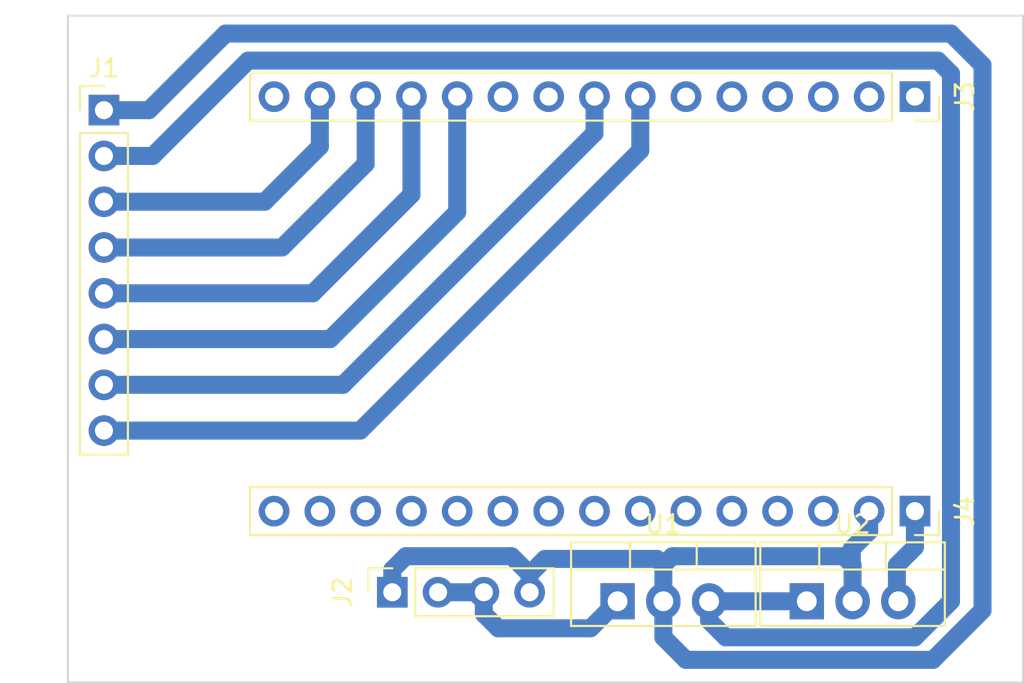
<source format=kicad_pcb>
(kicad_pcb (version 20171130) (host pcbnew 5.1.5+dfsg1-2build2)

  (general
    (thickness 1.6)
    (drawings 9)
    (tracks 65)
    (zones 0)
    (modules 6)
    (nets 11)
  )

  (page A4)
  (title_block
    (title pswclsx6-socket-controller)
    (date 2022-04-16)
    (rev 1)
    (company "Silicon 4007")
    (comment 1 "Tec. Henrique Silva")
  )

  (layers
    (0 F.Cu signal)
    (31 B.Cu signal)
    (32 B.Adhes user)
    (33 F.Adhes user)
    (34 B.Paste user)
    (35 F.Paste user)
    (36 B.SilkS user)
    (37 F.SilkS user)
    (38 B.Mask user)
    (39 F.Mask user)
    (40 Dwgs.User user)
    (41 Cmts.User user)
    (42 Eco1.User user)
    (43 Eco2.User user)
    (44 Edge.Cuts user)
    (45 Margin user)
    (46 B.CrtYd user)
    (47 F.CrtYd user)
    (48 B.Fab user)
    (49 F.Fab user)
  )

  (setup
    (last_trace_width 1)
    (user_trace_width 1)
    (trace_clearance 0.25)
    (zone_clearance 0.508)
    (zone_45_only no)
    (trace_min 0.2)
    (via_size 0.8)
    (via_drill 0.4)
    (via_min_size 0.4)
    (via_min_drill 0.3)
    (uvia_size 0.3)
    (uvia_drill 0.1)
    (uvias_allowed no)
    (uvia_min_size 0.2)
    (uvia_min_drill 0.1)
    (edge_width 0.05)
    (segment_width 0.2)
    (pcb_text_width 0.3)
    (pcb_text_size 1.5 1.5)
    (mod_edge_width 0.12)
    (mod_text_size 1 1)
    (mod_text_width 0.15)
    (pad_size 1.524 1.524)
    (pad_drill 0.762)
    (pad_to_mask_clearance 0.051)
    (solder_mask_min_width 0.25)
    (aux_axis_origin 0 0)
    (visible_elements FFFFFF7F)
    (pcbplotparams
      (layerselection 0x010fc_ffffffff)
      (usegerberextensions false)
      (usegerberattributes false)
      (usegerberadvancedattributes false)
      (creategerberjobfile false)
      (excludeedgelayer true)
      (linewidth 0.100000)
      (plotframeref false)
      (viasonmask false)
      (mode 1)
      (useauxorigin false)
      (hpglpennumber 1)
      (hpglpenspeed 20)
      (hpglpendiameter 15.000000)
      (psnegative false)
      (psa4output false)
      (plotreference true)
      (plotvalue true)
      (plotinvisibletext false)
      (padsonsilk false)
      (subtractmaskfromsilk false)
      (outputformat 1)
      (mirror false)
      (drillshape 1)
      (scaleselection 1)
      (outputdirectory ""))
  )

  (net 0 "")
  (net 1 vll_relay-6)
  (net 2 vll_relay-5)
  (net 3 vll_relay-4)
  (net 4 vll_relay-3)
  (net 5 vll_relay-2)
  (net 6 vll_relay-1)
  (net 7 vcc_relay-master)
  (net 8 GND)
  (net 9 +12VA)
  (net 10 +5V)

  (net_class Default "This is the default net class."
    (clearance 0.25)
    (trace_width 0.25)
    (via_dia 0.8)
    (via_drill 0.4)
    (uvia_dia 0.3)
    (uvia_drill 0.1)
    (add_net +12VA)
    (add_net +5V)
    (add_net GND)
    (add_net vcc_relay-master)
    (add_net vll_relay-1)
    (add_net vll_relay-2)
    (add_net vll_relay-3)
    (add_net vll_relay-4)
    (add_net vll_relay-5)
    (add_net vll_relay-6)
  )

  (module Connector_PinSocket_2.54mm:PinSocket_1x15_P2.54mm_Vertical (layer F.Cu) (tedit 5A19A41D) (tstamp 625AF92A)
    (at 168 56.5 270)
    (descr "Through hole straight socket strip, 1x15, 2.54mm pitch, single row (from Kicad 4.0.7), script generated")
    (tags "Through hole socket strip THT 1x15 2.54mm single row")
    (path /625C1072)
    (fp_text reference J3 (at 0 -2.77 90) (layer F.SilkS)
      (effects (font (size 1 1) (thickness 0.15)))
    )
    (fp_text value NODE-MCU-L (at 0 38.33 90) (layer F.Fab)
      (effects (font (size 1 1) (thickness 0.15)))
    )
    (fp_text user %R (at 0 17.78) (layer F.Fab)
      (effects (font (size 1 1) (thickness 0.15)))
    )
    (fp_line (start -1.8 37.3) (end -1.8 -1.8) (layer F.CrtYd) (width 0.05))
    (fp_line (start 1.75 37.3) (end -1.8 37.3) (layer F.CrtYd) (width 0.05))
    (fp_line (start 1.75 -1.8) (end 1.75 37.3) (layer F.CrtYd) (width 0.05))
    (fp_line (start -1.8 -1.8) (end 1.75 -1.8) (layer F.CrtYd) (width 0.05))
    (fp_line (start 0 -1.33) (end 1.33 -1.33) (layer F.SilkS) (width 0.12))
    (fp_line (start 1.33 -1.33) (end 1.33 0) (layer F.SilkS) (width 0.12))
    (fp_line (start 1.33 1.27) (end 1.33 36.89) (layer F.SilkS) (width 0.12))
    (fp_line (start -1.33 36.89) (end 1.33 36.89) (layer F.SilkS) (width 0.12))
    (fp_line (start -1.33 1.27) (end -1.33 36.89) (layer F.SilkS) (width 0.12))
    (fp_line (start -1.33 1.27) (end 1.33 1.27) (layer F.SilkS) (width 0.12))
    (fp_line (start -1.27 36.83) (end -1.27 -1.27) (layer F.Fab) (width 0.1))
    (fp_line (start 1.27 36.83) (end -1.27 36.83) (layer F.Fab) (width 0.1))
    (fp_line (start 1.27 -0.635) (end 1.27 36.83) (layer F.Fab) (width 0.1))
    (fp_line (start 0.635 -1.27) (end 1.27 -0.635) (layer F.Fab) (width 0.1))
    (fp_line (start -1.27 -1.27) (end 0.635 -1.27) (layer F.Fab) (width 0.1))
    (pad 15 thru_hole oval (at 0 35.56 270) (size 1.7 1.7) (drill 1) (layers *.Cu *.Mask))
    (pad 14 thru_hole oval (at 0 33.02 270) (size 1.7 1.7) (drill 1) (layers *.Cu *.Mask)
      (net 6 vll_relay-1))
    (pad 13 thru_hole oval (at 0 30.48 270) (size 1.7 1.7) (drill 1) (layers *.Cu *.Mask)
      (net 5 vll_relay-2))
    (pad 12 thru_hole oval (at 0 27.94 270) (size 1.7 1.7) (drill 1) (layers *.Cu *.Mask)
      (net 4 vll_relay-3))
    (pad 11 thru_hole oval (at 0 25.4 270) (size 1.7 1.7) (drill 1) (layers *.Cu *.Mask)
      (net 3 vll_relay-4))
    (pad 10 thru_hole oval (at 0 22.86 270) (size 1.7 1.7) (drill 1) (layers *.Cu *.Mask))
    (pad 9 thru_hole oval (at 0 20.32 270) (size 1.7 1.7) (drill 1) (layers *.Cu *.Mask))
    (pad 8 thru_hole oval (at 0 17.78 270) (size 1.7 1.7) (drill 1) (layers *.Cu *.Mask)
      (net 2 vll_relay-5))
    (pad 7 thru_hole oval (at 0 15.24 270) (size 1.7 1.7) (drill 1) (layers *.Cu *.Mask)
      (net 1 vll_relay-6))
    (pad 6 thru_hole oval (at 0 12.7 270) (size 1.7 1.7) (drill 1) (layers *.Cu *.Mask))
    (pad 5 thru_hole oval (at 0 10.16 270) (size 1.7 1.7) (drill 1) (layers *.Cu *.Mask))
    (pad 4 thru_hole oval (at 0 7.62 270) (size 1.7 1.7) (drill 1) (layers *.Cu *.Mask))
    (pad 3 thru_hole oval (at 0 5.08 270) (size 1.7 1.7) (drill 1) (layers *.Cu *.Mask))
    (pad 2 thru_hole oval (at 0 2.54 270) (size 1.7 1.7) (drill 1) (layers *.Cu *.Mask))
    (pad 1 thru_hole rect (at 0 0 270) (size 1.7 1.7) (drill 1) (layers *.Cu *.Mask))
    (model ${KISYS3DMOD}/Connector_PinSocket_2.54mm.3dshapes/PinSocket_1x15_P2.54mm_Vertical.wrl
      (at (xyz 0 0 0))
      (scale (xyz 1 1 1))
      (rotate (xyz 0 0 0))
    )
  )

  (module Connector_PinSocket_2.54mm:PinSocket_1x04_P2.54mm_Vertical (layer F.Cu) (tedit 5A19A429) (tstamp 625AF907)
    (at 139 84 90)
    (descr "Through hole straight socket strip, 1x04, 2.54mm pitch, single row (from Kicad 4.0.7), script generated")
    (tags "Through hole socket strip THT 1x04 2.54mm single row")
    (path /625B0167)
    (fp_text reference J2 (at 0 -2.77 90) (layer F.SilkS)
      (effects (font (size 1 1) (thickness 0.15)))
    )
    (fp_text value PWR-12VA (at 0 10.39 90) (layer F.Fab)
      (effects (font (size 1 1) (thickness 0.15)))
    )
    (fp_text user %R (at 0 3.81) (layer F.Fab)
      (effects (font (size 1 1) (thickness 0.15)))
    )
    (fp_line (start -1.8 9.4) (end -1.8 -1.8) (layer F.CrtYd) (width 0.05))
    (fp_line (start 1.75 9.4) (end -1.8 9.4) (layer F.CrtYd) (width 0.05))
    (fp_line (start 1.75 -1.8) (end 1.75 9.4) (layer F.CrtYd) (width 0.05))
    (fp_line (start -1.8 -1.8) (end 1.75 -1.8) (layer F.CrtYd) (width 0.05))
    (fp_line (start 0 -1.33) (end 1.33 -1.33) (layer F.SilkS) (width 0.12))
    (fp_line (start 1.33 -1.33) (end 1.33 0) (layer F.SilkS) (width 0.12))
    (fp_line (start 1.33 1.27) (end 1.33 8.95) (layer F.SilkS) (width 0.12))
    (fp_line (start -1.33 8.95) (end 1.33 8.95) (layer F.SilkS) (width 0.12))
    (fp_line (start -1.33 1.27) (end -1.33 8.95) (layer F.SilkS) (width 0.12))
    (fp_line (start -1.33 1.27) (end 1.33 1.27) (layer F.SilkS) (width 0.12))
    (fp_line (start -1.27 8.89) (end -1.27 -1.27) (layer F.Fab) (width 0.1))
    (fp_line (start 1.27 8.89) (end -1.27 8.89) (layer F.Fab) (width 0.1))
    (fp_line (start 1.27 -0.635) (end 1.27 8.89) (layer F.Fab) (width 0.1))
    (fp_line (start 0.635 -1.27) (end 1.27 -0.635) (layer F.Fab) (width 0.1))
    (fp_line (start -1.27 -1.27) (end 0.635 -1.27) (layer F.Fab) (width 0.1))
    (pad 4 thru_hole oval (at 0 7.62 90) (size 1.7 1.7) (drill 1) (layers *.Cu *.Mask)
      (net 8 GND))
    (pad 3 thru_hole oval (at 0 5.08 90) (size 1.7 1.7) (drill 1) (layers *.Cu *.Mask)
      (net 9 +12VA))
    (pad 2 thru_hole oval (at 0 2.54 90) (size 1.7 1.7) (drill 1) (layers *.Cu *.Mask)
      (net 9 +12VA))
    (pad 1 thru_hole rect (at 0 0 90) (size 1.7 1.7) (drill 1) (layers *.Cu *.Mask)
      (net 8 GND))
    (model ${KISYS3DMOD}/Connector_PinSocket_2.54mm.3dshapes/PinSocket_1x04_P2.54mm_Vertical.wrl
      (at (xyz 0 0 0))
      (scale (xyz 1 1 1))
      (rotate (xyz 0 0 0))
    )
  )

  (module Connector_PinSocket_2.54mm:PinSocket_1x15_P2.54mm_Vertical (layer F.Cu) (tedit 5A19A41D) (tstamp 625AF94D)
    (at 168 79.5 270)
    (descr "Through hole straight socket strip, 1x15, 2.54mm pitch, single row (from Kicad 4.0.7), script generated")
    (tags "Through hole socket strip THT 1x15 2.54mm single row")
    (path /625C4ECA)
    (fp_text reference J4 (at 0 -2.77 90) (layer F.SilkS)
      (effects (font (size 1 1) (thickness 0.15)))
    )
    (fp_text value NODE-MCU-R (at 0 38.33 90) (layer F.Fab)
      (effects (font (size 1 1) (thickness 0.15)))
    )
    (fp_text user %R (at 0 17.78) (layer F.Fab)
      (effects (font (size 1 1) (thickness 0.15)))
    )
    (fp_line (start -1.8 37.3) (end -1.8 -1.8) (layer F.CrtYd) (width 0.05))
    (fp_line (start 1.75 37.3) (end -1.8 37.3) (layer F.CrtYd) (width 0.05))
    (fp_line (start 1.75 -1.8) (end 1.75 37.3) (layer F.CrtYd) (width 0.05))
    (fp_line (start -1.8 -1.8) (end 1.75 -1.8) (layer F.CrtYd) (width 0.05))
    (fp_line (start 0 -1.33) (end 1.33 -1.33) (layer F.SilkS) (width 0.12))
    (fp_line (start 1.33 -1.33) (end 1.33 0) (layer F.SilkS) (width 0.12))
    (fp_line (start 1.33 1.27) (end 1.33 36.89) (layer F.SilkS) (width 0.12))
    (fp_line (start -1.33 36.89) (end 1.33 36.89) (layer F.SilkS) (width 0.12))
    (fp_line (start -1.33 1.27) (end -1.33 36.89) (layer F.SilkS) (width 0.12))
    (fp_line (start -1.33 1.27) (end 1.33 1.27) (layer F.SilkS) (width 0.12))
    (fp_line (start -1.27 36.83) (end -1.27 -1.27) (layer F.Fab) (width 0.1))
    (fp_line (start 1.27 36.83) (end -1.27 36.83) (layer F.Fab) (width 0.1))
    (fp_line (start 1.27 -0.635) (end 1.27 36.83) (layer F.Fab) (width 0.1))
    (fp_line (start 0.635 -1.27) (end 1.27 -0.635) (layer F.Fab) (width 0.1))
    (fp_line (start -1.27 -1.27) (end 0.635 -1.27) (layer F.Fab) (width 0.1))
    (pad 15 thru_hole oval (at 0 35.56 270) (size 1.7 1.7) (drill 1) (layers *.Cu *.Mask))
    (pad 14 thru_hole oval (at 0 33.02 270) (size 1.7 1.7) (drill 1) (layers *.Cu *.Mask))
    (pad 13 thru_hole oval (at 0 30.48 270) (size 1.7 1.7) (drill 1) (layers *.Cu *.Mask))
    (pad 12 thru_hole oval (at 0 27.94 270) (size 1.7 1.7) (drill 1) (layers *.Cu *.Mask))
    (pad 11 thru_hole oval (at 0 25.4 270) (size 1.7 1.7) (drill 1) (layers *.Cu *.Mask))
    (pad 10 thru_hole oval (at 0 22.86 270) (size 1.7 1.7) (drill 1) (layers *.Cu *.Mask))
    (pad 9 thru_hole oval (at 0 20.32 270) (size 1.7 1.7) (drill 1) (layers *.Cu *.Mask))
    (pad 8 thru_hole oval (at 0 17.78 270) (size 1.7 1.7) (drill 1) (layers *.Cu *.Mask))
    (pad 7 thru_hole oval (at 0 15.24 270) (size 1.7 1.7) (drill 1) (layers *.Cu *.Mask))
    (pad 6 thru_hole oval (at 0 12.7 270) (size 1.7 1.7) (drill 1) (layers *.Cu *.Mask))
    (pad 5 thru_hole oval (at 0 10.16 270) (size 1.7 1.7) (drill 1) (layers *.Cu *.Mask))
    (pad 4 thru_hole oval (at 0 7.62 270) (size 1.7 1.7) (drill 1) (layers *.Cu *.Mask))
    (pad 3 thru_hole oval (at 0 5.08 270) (size 1.7 1.7) (drill 1) (layers *.Cu *.Mask))
    (pad 2 thru_hole oval (at 0 2.54 270) (size 1.7 1.7) (drill 1) (layers *.Cu *.Mask)
      (net 8 GND))
    (pad 1 thru_hole rect (at 0 0 270) (size 1.7 1.7) (drill 1) (layers *.Cu *.Mask)
      (net 10 +5V))
    (model ${KISYS3DMOD}/Connector_PinSocket_2.54mm.3dshapes/PinSocket_1x15_P2.54mm_Vertical.wrl
      (at (xyz 0 0 0))
      (scale (xyz 1 1 1))
      (rotate (xyz 0 0 0))
    )
  )

  (module Package_TO_SOT_THT:TO-220-3_Vertical (layer F.Cu) (tedit 5AC8BA0D) (tstamp 625AF981)
    (at 162 84.5)
    (descr "TO-220-3, Vertical, RM 2.54mm, see https://www.vishay.com/docs/66542/to-220-1.pdf")
    (tags "TO-220-3 Vertical RM 2.54mm")
    (path /625BA2EE)
    (fp_text reference U2 (at 2.54 -4.27) (layer F.SilkS)
      (effects (font (size 1 1) (thickness 0.15)))
    )
    (fp_text value LM7805_TO220 (at 2.54 2.5) (layer F.Fab)
      (effects (font (size 1 1) (thickness 0.15)))
    )
    (fp_text user %R (at 2.54 -4.27) (layer F.Fab)
      (effects (font (size 1 1) (thickness 0.15)))
    )
    (fp_line (start 7.79 -3.4) (end -2.71 -3.4) (layer F.CrtYd) (width 0.05))
    (fp_line (start 7.79 1.51) (end 7.79 -3.4) (layer F.CrtYd) (width 0.05))
    (fp_line (start -2.71 1.51) (end 7.79 1.51) (layer F.CrtYd) (width 0.05))
    (fp_line (start -2.71 -3.4) (end -2.71 1.51) (layer F.CrtYd) (width 0.05))
    (fp_line (start 4.391 -3.27) (end 4.391 -1.76) (layer F.SilkS) (width 0.12))
    (fp_line (start 0.69 -3.27) (end 0.69 -1.76) (layer F.SilkS) (width 0.12))
    (fp_line (start -2.58 -1.76) (end 7.66 -1.76) (layer F.SilkS) (width 0.12))
    (fp_line (start 7.66 -3.27) (end 7.66 1.371) (layer F.SilkS) (width 0.12))
    (fp_line (start -2.58 -3.27) (end -2.58 1.371) (layer F.SilkS) (width 0.12))
    (fp_line (start -2.58 1.371) (end 7.66 1.371) (layer F.SilkS) (width 0.12))
    (fp_line (start -2.58 -3.27) (end 7.66 -3.27) (layer F.SilkS) (width 0.12))
    (fp_line (start 4.39 -3.15) (end 4.39 -1.88) (layer F.Fab) (width 0.1))
    (fp_line (start 0.69 -3.15) (end 0.69 -1.88) (layer F.Fab) (width 0.1))
    (fp_line (start -2.46 -1.88) (end 7.54 -1.88) (layer F.Fab) (width 0.1))
    (fp_line (start 7.54 -3.15) (end -2.46 -3.15) (layer F.Fab) (width 0.1))
    (fp_line (start 7.54 1.25) (end 7.54 -3.15) (layer F.Fab) (width 0.1))
    (fp_line (start -2.46 1.25) (end 7.54 1.25) (layer F.Fab) (width 0.1))
    (fp_line (start -2.46 -3.15) (end -2.46 1.25) (layer F.Fab) (width 0.1))
    (pad 3 thru_hole oval (at 5.08 0) (size 1.905 2) (drill 1.1) (layers *.Cu *.Mask)
      (net 10 +5V))
    (pad 2 thru_hole oval (at 2.54 0) (size 1.905 2) (drill 1.1) (layers *.Cu *.Mask)
      (net 8 GND))
    (pad 1 thru_hole rect (at 0 0) (size 1.905 2) (drill 1.1) (layers *.Cu *.Mask)
      (net 7 vcc_relay-master))
    (model ${KISYS3DMOD}/Package_TO_SOT_THT.3dshapes/TO-220-3_Vertical.wrl
      (at (xyz 0 0 0))
      (scale (xyz 1 1 1))
      (rotate (xyz 0 0 0))
    )
  )

  (module Package_TO_SOT_THT:TO-220-3_Vertical (layer F.Cu) (tedit 5AC8BA0D) (tstamp 625AF967)
    (at 151.5 84.5)
    (descr "TO-220-3, Vertical, RM 2.54mm, see https://www.vishay.com/docs/66542/to-220-1.pdf")
    (tags "TO-220-3 Vertical RM 2.54mm")
    (path /625B5EF1)
    (fp_text reference U1 (at 2.54 -4.27) (layer F.SilkS)
      (effects (font (size 1 1) (thickness 0.15)))
    )
    (fp_text value LM7812_TO220 (at 2.54 2.5) (layer F.Fab)
      (effects (font (size 1 1) (thickness 0.15)))
    )
    (fp_text user %R (at 2.54 -4.27) (layer F.Fab)
      (effects (font (size 1 1) (thickness 0.15)))
    )
    (fp_line (start 7.79 -3.4) (end -2.71 -3.4) (layer F.CrtYd) (width 0.05))
    (fp_line (start 7.79 1.51) (end 7.79 -3.4) (layer F.CrtYd) (width 0.05))
    (fp_line (start -2.71 1.51) (end 7.79 1.51) (layer F.CrtYd) (width 0.05))
    (fp_line (start -2.71 -3.4) (end -2.71 1.51) (layer F.CrtYd) (width 0.05))
    (fp_line (start 4.391 -3.27) (end 4.391 -1.76) (layer F.SilkS) (width 0.12))
    (fp_line (start 0.69 -3.27) (end 0.69 -1.76) (layer F.SilkS) (width 0.12))
    (fp_line (start -2.58 -1.76) (end 7.66 -1.76) (layer F.SilkS) (width 0.12))
    (fp_line (start 7.66 -3.27) (end 7.66 1.371) (layer F.SilkS) (width 0.12))
    (fp_line (start -2.58 -3.27) (end -2.58 1.371) (layer F.SilkS) (width 0.12))
    (fp_line (start -2.58 1.371) (end 7.66 1.371) (layer F.SilkS) (width 0.12))
    (fp_line (start -2.58 -3.27) (end 7.66 -3.27) (layer F.SilkS) (width 0.12))
    (fp_line (start 4.39 -3.15) (end 4.39 -1.88) (layer F.Fab) (width 0.1))
    (fp_line (start 0.69 -3.15) (end 0.69 -1.88) (layer F.Fab) (width 0.1))
    (fp_line (start -2.46 -1.88) (end 7.54 -1.88) (layer F.Fab) (width 0.1))
    (fp_line (start 7.54 -3.15) (end -2.46 -3.15) (layer F.Fab) (width 0.1))
    (fp_line (start 7.54 1.25) (end 7.54 -3.15) (layer F.Fab) (width 0.1))
    (fp_line (start -2.46 1.25) (end 7.54 1.25) (layer F.Fab) (width 0.1))
    (fp_line (start -2.46 -3.15) (end -2.46 1.25) (layer F.Fab) (width 0.1))
    (pad 3 thru_hole oval (at 5.08 0) (size 1.905 2) (drill 1.1) (layers *.Cu *.Mask)
      (net 7 vcc_relay-master))
    (pad 2 thru_hole oval (at 2.54 0) (size 1.905 2) (drill 1.1) (layers *.Cu *.Mask)
      (net 8 GND))
    (pad 1 thru_hole rect (at 0 0) (size 1.905 2) (drill 1.1) (layers *.Cu *.Mask)
      (net 9 +12VA))
    (model ${KISYS3DMOD}/Package_TO_SOT_THT.3dshapes/TO-220-3_Vertical.wrl
      (at (xyz 0 0 0))
      (scale (xyz 1 1 1))
      (rotate (xyz 0 0 0))
    )
  )

  (module Connector_PinHeader_2.54mm:PinHeader_1x08_P2.54mm_Vertical (layer F.Cu) (tedit 59FED5CC) (tstamp 625B07FE)
    (at 123 57.25)
    (descr "Through hole straight pin header, 1x08, 2.54mm pitch, single row")
    (tags "Through hole pin header THT 1x08 2.54mm single row")
    (path /625AA4A2)
    (fp_text reference J1 (at 0 -2.33) (layer F.SilkS)
      (effects (font (size 1 1) (thickness 0.15)))
    )
    (fp_text value pswcls-master (at 0 20.11) (layer F.Fab)
      (effects (font (size 1 1) (thickness 0.15)))
    )
    (fp_text user %R (at 0 8.89 90) (layer F.Fab)
      (effects (font (size 1 1) (thickness 0.15)))
    )
    (fp_line (start 1.8 -1.8) (end -1.8 -1.8) (layer F.CrtYd) (width 0.05))
    (fp_line (start 1.8 19.55) (end 1.8 -1.8) (layer F.CrtYd) (width 0.05))
    (fp_line (start -1.8 19.55) (end 1.8 19.55) (layer F.CrtYd) (width 0.05))
    (fp_line (start -1.8 -1.8) (end -1.8 19.55) (layer F.CrtYd) (width 0.05))
    (fp_line (start -1.33 -1.33) (end 0 -1.33) (layer F.SilkS) (width 0.12))
    (fp_line (start -1.33 0) (end -1.33 -1.33) (layer F.SilkS) (width 0.12))
    (fp_line (start -1.33 1.27) (end 1.33 1.27) (layer F.SilkS) (width 0.12))
    (fp_line (start 1.33 1.27) (end 1.33 19.11) (layer F.SilkS) (width 0.12))
    (fp_line (start -1.33 1.27) (end -1.33 19.11) (layer F.SilkS) (width 0.12))
    (fp_line (start -1.33 19.11) (end 1.33 19.11) (layer F.SilkS) (width 0.12))
    (fp_line (start -1.27 -0.635) (end -0.635 -1.27) (layer F.Fab) (width 0.1))
    (fp_line (start -1.27 19.05) (end -1.27 -0.635) (layer F.Fab) (width 0.1))
    (fp_line (start 1.27 19.05) (end -1.27 19.05) (layer F.Fab) (width 0.1))
    (fp_line (start 1.27 -1.27) (end 1.27 19.05) (layer F.Fab) (width 0.1))
    (fp_line (start -0.635 -1.27) (end 1.27 -1.27) (layer F.Fab) (width 0.1))
    (pad 8 thru_hole oval (at 0 17.78) (size 1.7 1.7) (drill 1) (layers *.Cu *.Mask)
      (net 1 vll_relay-6))
    (pad 7 thru_hole oval (at 0 15.24) (size 1.7 1.7) (drill 1) (layers *.Cu *.Mask)
      (net 2 vll_relay-5))
    (pad 6 thru_hole oval (at 0 12.7) (size 1.7 1.7) (drill 1) (layers *.Cu *.Mask)
      (net 3 vll_relay-4))
    (pad 5 thru_hole oval (at 0 10.16) (size 1.7 1.7) (drill 1) (layers *.Cu *.Mask)
      (net 4 vll_relay-3))
    (pad 4 thru_hole oval (at 0 7.62) (size 1.7 1.7) (drill 1) (layers *.Cu *.Mask)
      (net 5 vll_relay-2))
    (pad 3 thru_hole oval (at 0 5.08) (size 1.7 1.7) (drill 1) (layers *.Cu *.Mask)
      (net 6 vll_relay-1))
    (pad 2 thru_hole oval (at 0 2.54) (size 1.7 1.7) (drill 1) (layers *.Cu *.Mask)
      (net 7 vcc_relay-master))
    (pad 1 thru_hole rect (at 0 0) (size 1.7 1.7) (drill 1) (layers *.Cu *.Mask)
      (net 8 GND))
    (model ${KISYS3DMOD}/Connector_PinHeader_2.54mm.3dshapes/PinHeader_1x08_P2.54mm_Vertical.wrl
      (at (xyz 0 0 0))
      (scale (xyz 1 1 1))
      (rotate (xyz 0 0 0))
    )
  )

  (gr_line (start 174 89) (end 121 89) (layer Edge.Cuts) (width 0.1))
  (gr_line (start 121 89) (end 121 52) (layer Edge.Cuts) (width 0.1))
  (gr_line (start 125 81) (end 125 55) (layer Dwgs.User) (width 0.15))
  (gr_line (start 174 52) (end 174 89) (layer Edge.Cuts) (width 0.1))
  (gr_line (start 125 55) (end 174 55) (layer Dwgs.User) (width 0.15) (tstamp 625B07B3))
  (gr_line (start 121 52) (end 174 52) (layer Edge.Cuts) (width 0.1))
  (gr_line (start 174 81) (end 125 81) (layer Dwgs.User) (width 0.15))
  (gr_line (start 174 55) (end 174 81) (layer Dwgs.User) (width 0.15))
  (gr_line (start 168 79.5) (end 168 56.5) (layer Dwgs.User) (width 0.15))

  (segment (start 152.76 59.49) (end 152.76 57.702081) (width 1) (layer B.Cu) (net 1))
  (segment (start 152.76 57.702081) (end 152.76 56.5) (width 1) (layer B.Cu) (net 1))
  (segment (start 123 75.03) (end 137.22 75.03) (width 1) (layer B.Cu) (net 1))
  (segment (start 137.22 75.03) (end 152.76 59.49) (width 1) (layer B.Cu) (net 1))
  (segment (start 150.22 56.5) (end 150.22 58.53) (width 1) (layer B.Cu) (net 2))
  (segment (start 124.202081 72.49) (end 123 72.49) (width 1) (layer B.Cu) (net 2))
  (segment (start 136.26 72.49) (end 124.202081 72.49) (width 1) (layer B.Cu) (net 2))
  (segment (start 150.22 58.53) (end 136.26 72.49) (width 1) (layer B.Cu) (net 2))
  (segment (start 135.55 69.95) (end 142.6 62.9) (width 1) (layer B.Cu) (net 3))
  (segment (start 123 69.95) (end 135.55 69.95) (width 1) (layer B.Cu) (net 3))
  (segment (start 142.6 62.9) (end 142.6 56.5) (width 1) (layer B.Cu) (net 3))
  (segment (start 123 67.41) (end 134.59 67.41) (width 1) (layer B.Cu) (net 4))
  (segment (start 134.59 67.41) (end 140.06 61.94) (width 1) (layer B.Cu) (net 4))
  (segment (start 140.06 61.94) (end 140.06 56.5) (width 1) (layer B.Cu) (net 4))
  (segment (start 137.52 60.23) (end 137.52 56.5) (width 1) (layer B.Cu) (net 5))
  (segment (start 123 64.87) (end 132.88 64.87) (width 1) (layer B.Cu) (net 5))
  (segment (start 132.88 64.87) (end 137.52 60.23) (width 1) (layer B.Cu) (net 5))
  (segment (start 123 62.33) (end 131.92 62.33) (width 1) (layer B.Cu) (net 6))
  (segment (start 134.98 59.27) (end 134.98 56.5) (width 1) (layer B.Cu) (net 6))
  (segment (start 131.92 62.33) (end 134.98 59.27) (width 1) (layer B.Cu) (net 6))
  (segment (start 170 84.5) (end 170 55.224999) (width 1) (layer B.Cu) (net 7))
  (segment (start 169.275001 54.5) (end 131 54.5) (width 1) (layer B.Cu) (net 7))
  (segment (start 157.5 86.5) (end 168 86.5) (width 1) (layer B.Cu) (net 7))
  (segment (start 156.58 85.58) (end 157.5 86.5) (width 1) (layer B.Cu) (net 7))
  (segment (start 168 86.5) (end 170 84.5) (width 1) (layer B.Cu) (net 7))
  (segment (start 170 55.224999) (end 169.275001 54.5) (width 1) (layer B.Cu) (net 7))
  (segment (start 156.58 84.5) (end 156.58 85.58) (width 1) (layer B.Cu) (net 7))
  (segment (start 162 84.5) (end 156.58 84.5) (width 1) (layer B.Cu) (net 7))
  (segment (start 125.71 59.79) (end 123 59.79) (width 1) (layer B.Cu) (net 7))
  (segment (start 131 54.5) (end 125.71 59.79) (width 1) (layer B.Cu) (net 7))
  (segment (start 164.5 81.58) (end 164.5 82.46) (width 1) (layer B.Cu) (net 8))
  (segment (start 154.54 82) (end 164 82) (width 1) (layer B.Cu) (net 8))
  (segment (start 154.04 82.5) (end 154.54 82) (width 1) (layer B.Cu) (net 8))
  (segment (start 164.54 84.5) (end 164.54 82.5) (width 1) (layer B.Cu) (net 8))
  (segment (start 154.04 84.5) (end 154.04 82.5) (width 1) (layer B.Cu) (net 8))
  (segment (start 123 57.25) (end 125.5 57.25) (width 1) (layer B.Cu) (net 8))
  (segment (start 145.62 82) (end 146.62 83) (width 1) (layer B.Cu) (net 8))
  (segment (start 154.04 86.5) (end 154.04 84.5) (width 1) (layer B.Cu) (net 8))
  (segment (start 165.46 79.5) (end 165.46 80.62) (width 1) (layer B.Cu) (net 8))
  (segment (start 165.46 80.62) (end 164.5 81.58) (width 1) (layer B.Cu) (net 8))
  (segment (start 139.75 82) (end 145.62 82) (width 1) (layer B.Cu) (net 8))
  (segment (start 153.690001 82.150001) (end 154.04 82.5) (width 1) (layer B.Cu) (net 8))
  (segment (start 146.62 84) (end 146.62 83) (width 1) (layer B.Cu) (net 8))
  (segment (start 164.5 82.46) (end 164.54 82.5) (width 1) (layer B.Cu) (net 8))
  (segment (start 146.62 83) (end 147.469999 82.150001) (width 1) (layer B.Cu) (net 8))
  (segment (start 164.54 82.5) (end 164.04 82) (width 1) (layer B.Cu) (net 8))
  (segment (start 125.5 57.25) (end 129.75 53) (width 1) (layer B.Cu) (net 8))
  (segment (start 171.75 85) (end 168.999989 87.750011) (width 1) (layer B.Cu) (net 8))
  (segment (start 139 82.75) (end 139.75 82) (width 1) (layer B.Cu) (net 8))
  (segment (start 155.290011 87.750011) (end 154.04 86.5) (width 1) (layer B.Cu) (net 8))
  (segment (start 170 53) (end 171.75 54.75) (width 1) (layer B.Cu) (net 8))
  (segment (start 139 84) (end 139 82.75) (width 1) (layer B.Cu) (net 8))
  (segment (start 147.469999 82.150001) (end 153.690001 82.150001) (width 1) (layer B.Cu) (net 8))
  (segment (start 129.75 53) (end 170 53) (width 1) (layer B.Cu) (net 8))
  (segment (start 168.999989 87.750011) (end 155.290011 87.750011) (width 1) (layer B.Cu) (net 8))
  (segment (start 171.75 54.75) (end 171.75 85) (width 1) (layer B.Cu) (net 8))
  (segment (start 144.877919 86) (end 150 86) (width 1) (layer B.Cu) (net 9))
  (segment (start 144.08 85.202081) (end 144.877919 86) (width 1) (layer B.Cu) (net 9))
  (segment (start 144.08 84) (end 141.54 84) (width 1) (layer B.Cu) (net 9))
  (segment (start 150 86) (end 151.5 84.5) (width 1) (layer B.Cu) (net 9))
  (segment (start 144.08 84) (end 144.08 85.202081) (width 1) (layer B.Cu) (net 9))
  (segment (start 168 79.5) (end 168 81.5) (width 1) (layer B.Cu) (net 10))
  (segment (start 167 84.42) (end 167.08 84.5) (width 1) (layer B.Cu) (net 10))
  (segment (start 167 82.5) (end 167 84.42) (width 1) (layer B.Cu) (net 10))
  (segment (start 168 81.5) (end 167 82.5) (width 1) (layer B.Cu) (net 10))

)

</source>
